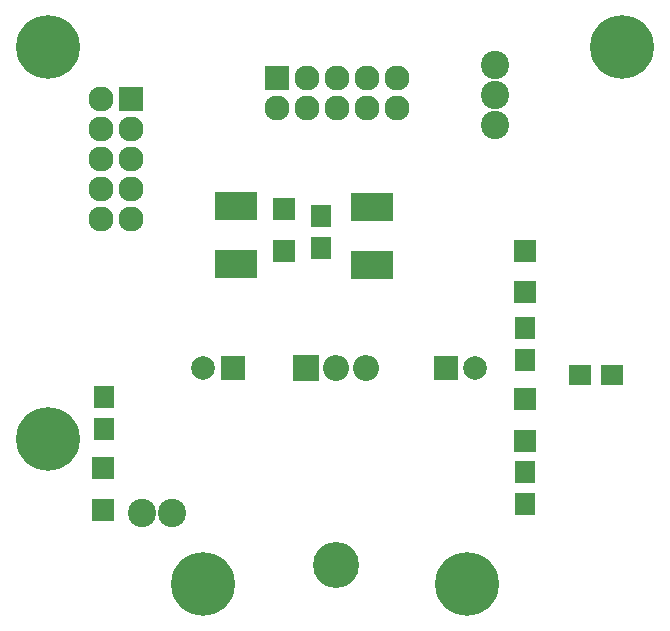
<source format=gbr>
G04 #@! TF.FileFunction,Soldermask,Bot*
%FSLAX46Y46*%
G04 Gerber Fmt 4.6, Leading zero omitted, Abs format (unit mm)*
G04 Created by KiCad (PCBNEW 4.0.7-e2-6376~58~ubuntu16.04.1) date Thu Nov  2 10:40:48 2017*
%MOMM*%
%LPD*%
G01*
G04 APERTURE LIST*
%ADD10C,0.100000*%
%ADD11C,5.400000*%
%ADD12R,2.000000X2.000000*%
%ADD13C,2.000000*%
%ADD14R,1.900000X1.900000*%
%ADD15R,3.550000X2.400000*%
%ADD16R,2.127200X2.127200*%
%ADD17O,2.127200X2.127200*%
%ADD18C,2.400000*%
%ADD19R,1.900000X1.700000*%
%ADD20R,1.700000X1.900000*%
%ADD21O,3.900000X3.900000*%
%ADD22R,2.200000X2.200000*%
%ADD23O,2.200000X2.200000*%
G04 APERTURE END LIST*
D10*
D11*
X102500000Y-135700000D03*
X115600000Y-148000000D03*
X151100000Y-102500000D03*
X138000000Y-148000000D03*
D12*
X118161000Y-129718000D03*
D13*
X115661000Y-129718000D03*
D12*
X136195000Y-129718000D03*
D13*
X138695000Y-129718000D03*
D14*
X122479000Y-119784000D03*
X122479000Y-116284000D03*
X142926000Y-123312000D03*
X142926000Y-119812000D03*
X142862500Y-135849500D03*
X142862500Y-132349500D03*
X107175500Y-138191500D03*
X107175500Y-141691500D03*
D15*
X129972000Y-120992000D03*
X129972000Y-116092000D03*
X118415000Y-120865000D03*
X118415000Y-115965000D03*
D16*
X121920000Y-105160000D03*
D17*
X121920000Y-107700000D03*
X124460000Y-105160000D03*
X124460000Y-107700000D03*
X127000000Y-105160000D03*
X127000000Y-107700000D03*
X129540000Y-105160000D03*
X129540000Y-107700000D03*
X132080000Y-105160000D03*
X132080000Y-107700000D03*
D18*
X110460000Y-142000000D03*
X113000000Y-142000000D03*
D16*
X109525000Y-106921500D03*
D17*
X106985000Y-106921500D03*
X109525000Y-109461500D03*
X106985000Y-109461500D03*
X109525000Y-112001500D03*
X106985000Y-112001500D03*
X109525000Y-114541500D03*
X106985000Y-114541500D03*
X109525000Y-117081500D03*
X106985000Y-117081500D03*
D18*
X140322500Y-104064000D03*
X140322500Y-106604000D03*
X140322500Y-109144000D03*
D19*
X150245000Y-130289500D03*
X147545000Y-130289500D03*
D20*
X125654000Y-119511000D03*
X125654000Y-116811000D03*
X142926000Y-128989000D03*
X142926000Y-126289000D03*
X142862500Y-141244500D03*
X142862500Y-138544500D03*
X107239000Y-134861500D03*
X107239000Y-132161500D03*
D11*
X102500000Y-102500000D03*
D21*
X126924000Y-146378000D03*
D22*
X124384000Y-129718000D03*
D23*
X126924000Y-129718000D03*
X129464000Y-129718000D03*
M02*

</source>
